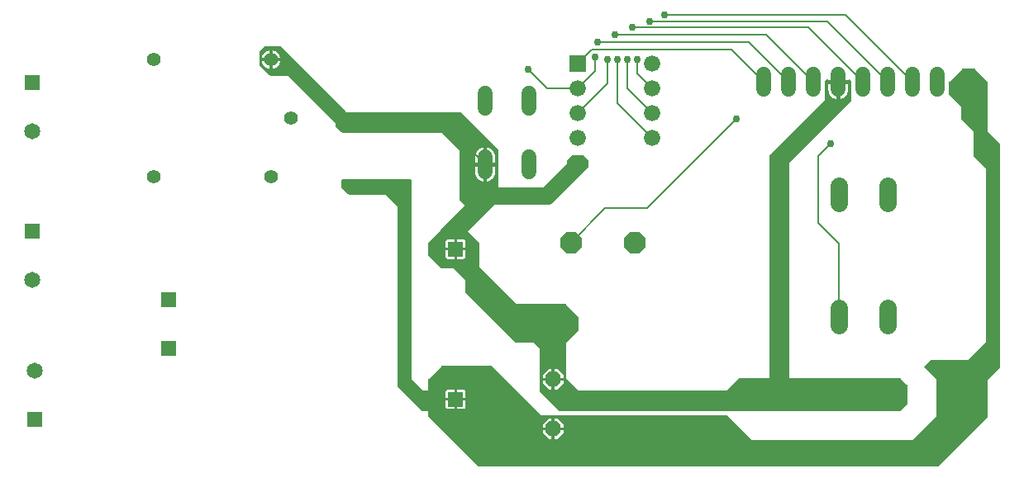
<source format=gbr>
G04 EAGLE Gerber RS-274X export*
G75*
%MOMM*%
%FSLAX34Y34*%
%LPD*%
%INBottom Copper*%
%IPPOS*%
%AMOC8*
5,1,8,0,0,1.08239X$1,22.5*%
G01*
%ADD10P,1.732040X8X112.500000*%
%ADD11C,1.524000*%
%ADD12C,1.790700*%
%ADD13P,2.336880X8X22.500000*%
%ADD14C,1.408000*%
%ADD15R,1.676400X1.676400*%
%ADD16C,1.676400*%
%ADD17R,1.508000X1.508000*%
%ADD18R,1.650000X1.650000*%
%ADD19C,1.650000*%
%ADD20C,0.756400*%
%ADD21C,0.203200*%

G36*
X813264Y89491D02*
X813264Y89491D01*
X813195Y89551D01*
X813165Y89563D01*
X813139Y89582D01*
X813052Y89609D01*
X812967Y89643D01*
X812926Y89647D01*
X812903Y89654D01*
X812871Y89653D01*
X812800Y89661D01*
X622615Y89661D01*
X572038Y140238D01*
X571964Y140291D01*
X571895Y140351D01*
X571865Y140363D01*
X571839Y140382D01*
X571752Y140409D01*
X571667Y140443D01*
X571626Y140447D01*
X571603Y140454D01*
X571571Y140453D01*
X571500Y140461D01*
X520700Y140461D01*
X520610Y140447D01*
X520519Y140439D01*
X520489Y140427D01*
X520457Y140422D01*
X520377Y140379D01*
X520293Y140343D01*
X520261Y140317D01*
X520240Y140306D01*
X520218Y140283D01*
X520162Y140238D01*
X507462Y127538D01*
X507409Y127464D01*
X507349Y127395D01*
X507337Y127365D01*
X507318Y127339D01*
X507291Y127252D01*
X507257Y127167D01*
X507253Y127126D01*
X507246Y127103D01*
X507247Y127071D01*
X507239Y127000D01*
X507239Y115315D01*
X502071Y115315D01*
X489965Y127421D01*
X489965Y330200D01*
X489953Y330287D01*
X489950Y330374D01*
X489933Y330427D01*
X489925Y330482D01*
X489890Y330561D01*
X489863Y330645D01*
X489835Y330684D01*
X489809Y330741D01*
X489713Y330854D01*
X489668Y330918D01*
X488398Y332188D01*
X488328Y332240D01*
X488264Y332300D01*
X488215Y332326D01*
X488171Y332359D01*
X488089Y332390D01*
X488011Y332430D01*
X487964Y332438D01*
X487905Y332460D01*
X487757Y332472D01*
X487680Y332485D01*
X420370Y332485D01*
X420283Y332473D01*
X420196Y332470D01*
X420143Y332453D01*
X420089Y332445D01*
X420009Y332410D01*
X419925Y332383D01*
X419886Y332355D01*
X419829Y332329D01*
X419716Y332233D01*
X419652Y332188D01*
X418382Y330918D01*
X418330Y330848D01*
X418270Y330784D01*
X418244Y330735D01*
X418211Y330691D01*
X418180Y330609D01*
X418140Y330531D01*
X418132Y330484D01*
X418110Y330425D01*
X418098Y330277D01*
X418085Y330200D01*
X418085Y323850D01*
X418097Y323763D01*
X418100Y323676D01*
X418117Y323623D01*
X418125Y323569D01*
X418160Y323489D01*
X418187Y323405D01*
X418215Y323366D01*
X418241Y323309D01*
X418337Y323196D01*
X418382Y323132D01*
X424732Y316782D01*
X424802Y316730D01*
X424866Y316670D01*
X424915Y316644D01*
X424959Y316611D01*
X425041Y316580D01*
X425119Y316540D01*
X425167Y316532D01*
X425225Y316510D01*
X425373Y316498D01*
X425450Y316485D01*
X463130Y316485D01*
X475235Y304380D01*
X475235Y120650D01*
X475247Y120563D01*
X475250Y120476D01*
X475267Y120423D01*
X475275Y120369D01*
X475310Y120289D01*
X475337Y120205D01*
X475365Y120166D01*
X475391Y120109D01*
X475454Y120034D01*
X475477Y119995D01*
X475507Y119968D01*
X475532Y119932D01*
X500932Y94532D01*
X501002Y94480D01*
X501066Y94420D01*
X501115Y94394D01*
X501159Y94361D01*
X501241Y94330D01*
X501319Y94290D01*
X501367Y94282D01*
X501425Y94260D01*
X501573Y94248D01*
X501650Y94235D01*
X507239Y94235D01*
X507239Y88900D01*
X507254Y88810D01*
X507261Y88719D01*
X507273Y88689D01*
X507279Y88657D01*
X507321Y88577D01*
X507357Y88493D01*
X507383Y88461D01*
X507394Y88440D01*
X507417Y88418D01*
X507462Y88362D01*
X558262Y37562D01*
X558336Y37509D01*
X558405Y37449D01*
X558435Y37437D01*
X558461Y37418D01*
X558548Y37391D01*
X558633Y37357D01*
X558674Y37353D01*
X558697Y37346D01*
X558729Y37347D01*
X558800Y37339D01*
X1028700Y37339D01*
X1028790Y37354D01*
X1028881Y37361D01*
X1028911Y37373D01*
X1028943Y37379D01*
X1029023Y37421D01*
X1029107Y37457D01*
X1029139Y37483D01*
X1029160Y37494D01*
X1029182Y37517D01*
X1029238Y37562D01*
X1080038Y88362D01*
X1080091Y88436D01*
X1080151Y88505D01*
X1080163Y88535D01*
X1080182Y88561D01*
X1080209Y88648D01*
X1080243Y88733D01*
X1080247Y88774D01*
X1080254Y88797D01*
X1080253Y88829D01*
X1080261Y88900D01*
X1080261Y126685D01*
X1092738Y139162D01*
X1092791Y139236D01*
X1092851Y139305D01*
X1092863Y139335D01*
X1092882Y139361D01*
X1092909Y139448D01*
X1092943Y139533D01*
X1092947Y139574D01*
X1092954Y139597D01*
X1092953Y139629D01*
X1092961Y139700D01*
X1092961Y368300D01*
X1092947Y368390D01*
X1092939Y368481D01*
X1092927Y368511D01*
X1092922Y368543D01*
X1092879Y368623D01*
X1092843Y368707D01*
X1092817Y368739D01*
X1092806Y368760D01*
X1092783Y368782D01*
X1092773Y368796D01*
X1092766Y368807D01*
X1092758Y368814D01*
X1092738Y368838D01*
X1080261Y381315D01*
X1080261Y431800D01*
X1080247Y431890D01*
X1080239Y431981D01*
X1080227Y432011D01*
X1080222Y432043D01*
X1080179Y432123D01*
X1080143Y432207D01*
X1080117Y432239D01*
X1080106Y432260D01*
X1080083Y432282D01*
X1080038Y432338D01*
X1067338Y445038D01*
X1067264Y445091D01*
X1067195Y445151D01*
X1067165Y445163D01*
X1067139Y445182D01*
X1067052Y445209D01*
X1066967Y445243D01*
X1066926Y445247D01*
X1066903Y445254D01*
X1066871Y445253D01*
X1066800Y445261D01*
X1054100Y445261D01*
X1054010Y445247D01*
X1053919Y445239D01*
X1053889Y445227D01*
X1053857Y445222D01*
X1053777Y445179D01*
X1053693Y445143D01*
X1053661Y445117D01*
X1053640Y445106D01*
X1053618Y445083D01*
X1053562Y445038D01*
X1040862Y432338D01*
X1040809Y432264D01*
X1040749Y432195D01*
X1040737Y432165D01*
X1040718Y432139D01*
X1040691Y432052D01*
X1040657Y431967D01*
X1040653Y431926D01*
X1040646Y431903D01*
X1040647Y431871D01*
X1040639Y431800D01*
X1040639Y419100D01*
X1040654Y419010D01*
X1040661Y418919D01*
X1040673Y418889D01*
X1040679Y418857D01*
X1040721Y418777D01*
X1040757Y418693D01*
X1040783Y418661D01*
X1040794Y418640D01*
X1040817Y418618D01*
X1040862Y418562D01*
X1053339Y406085D01*
X1053339Y393700D01*
X1053354Y393610D01*
X1053361Y393519D01*
X1053373Y393489D01*
X1053379Y393457D01*
X1053421Y393377D01*
X1053457Y393293D01*
X1053483Y393261D01*
X1053494Y393240D01*
X1053517Y393218D01*
X1053562Y393162D01*
X1066039Y380685D01*
X1066039Y355600D01*
X1066054Y355510D01*
X1066061Y355419D01*
X1066073Y355389D01*
X1066079Y355357D01*
X1066121Y355277D01*
X1066157Y355193D01*
X1066183Y355161D01*
X1066194Y355140D01*
X1066217Y355118D01*
X1066262Y355062D01*
X1078739Y342585D01*
X1078739Y165415D01*
X1060135Y146811D01*
X1022350Y146811D01*
X1022260Y146797D01*
X1022169Y146789D01*
X1022139Y146777D01*
X1022107Y146772D01*
X1022027Y146729D01*
X1021943Y146693D01*
X1021911Y146667D01*
X1021890Y146656D01*
X1021868Y146633D01*
X1021812Y146588D01*
X1015462Y140238D01*
X1015450Y140222D01*
X1015435Y140210D01*
X1015378Y140122D01*
X1015318Y140039D01*
X1015312Y140020D01*
X1015302Y140003D01*
X1015276Y139902D01*
X1015246Y139803D01*
X1015246Y139784D01*
X1015241Y139764D01*
X1015250Y139661D01*
X1015252Y139558D01*
X1015259Y139539D01*
X1015261Y139519D01*
X1015301Y139424D01*
X1015337Y139327D01*
X1015349Y139311D01*
X1015357Y139293D01*
X1015462Y139162D01*
X1027939Y126685D01*
X1027939Y89215D01*
X1002985Y64261D01*
X838515Y64261D01*
X813338Y89438D01*
X813264Y89491D01*
G37*
G36*
X990690Y94504D02*
X990690Y94504D01*
X990781Y94511D01*
X990811Y94523D01*
X990843Y94529D01*
X990923Y94571D01*
X991007Y94607D01*
X991039Y94633D01*
X991060Y94644D01*
X991082Y94667D01*
X991138Y94712D01*
X997488Y101062D01*
X997541Y101136D01*
X997601Y101205D01*
X997613Y101235D01*
X997632Y101261D01*
X997659Y101348D01*
X997693Y101433D01*
X997697Y101474D01*
X997704Y101497D01*
X997703Y101529D01*
X997711Y101600D01*
X997711Y120650D01*
X997697Y120740D01*
X997689Y120831D01*
X997677Y120861D01*
X997672Y120893D01*
X997629Y120973D01*
X997593Y121057D01*
X997567Y121089D01*
X997556Y121110D01*
X997533Y121132D01*
X997488Y121188D01*
X991138Y127538D01*
X991064Y127591D01*
X990995Y127651D01*
X990965Y127663D01*
X990939Y127682D01*
X990852Y127709D01*
X990767Y127743D01*
X990726Y127747D01*
X990703Y127754D01*
X990671Y127753D01*
X990600Y127761D01*
X877315Y127761D01*
X877315Y348830D01*
X940518Y412032D01*
X940570Y412102D01*
X940630Y412166D01*
X940656Y412215D01*
X940689Y412259D01*
X940720Y412341D01*
X940760Y412419D01*
X940768Y412467D01*
X940790Y412525D01*
X940802Y412673D01*
X940815Y412750D01*
X940815Y431800D01*
X940803Y431887D01*
X940800Y431974D01*
X940783Y432027D01*
X940775Y432082D01*
X940740Y432161D01*
X940713Y432245D01*
X940685Y432284D01*
X940659Y432341D01*
X940563Y432454D01*
X940518Y432518D01*
X938994Y434042D01*
X938970Y434060D01*
X938951Y434082D01*
X938857Y434145D01*
X938767Y434213D01*
X938739Y434223D01*
X938715Y434240D01*
X938607Y434274D01*
X938501Y434314D01*
X938472Y434316D01*
X938444Y434325D01*
X938330Y434328D01*
X938218Y434338D01*
X938189Y434332D01*
X938160Y434333D01*
X938050Y434304D01*
X937939Y434282D01*
X937913Y434268D01*
X937885Y434261D01*
X937787Y434203D01*
X937687Y434151D01*
X937665Y434130D01*
X937640Y434116D01*
X937563Y434033D01*
X937481Y433955D01*
X937466Y433930D01*
X937446Y433908D01*
X937406Y433831D01*
X928116Y433831D01*
X928058Y433823D01*
X928000Y433825D01*
X927918Y433803D01*
X927835Y433791D01*
X927781Y433767D01*
X927725Y433753D01*
X927652Y433710D01*
X927575Y433675D01*
X927531Y433637D01*
X927480Y433607D01*
X927423Y433546D01*
X927358Y433491D01*
X927326Y433443D01*
X927286Y433400D01*
X927247Y433325D01*
X927201Y433255D01*
X927183Y433199D01*
X927156Y433147D01*
X927145Y433079D01*
X927115Y432984D01*
X927112Y432884D01*
X927101Y432816D01*
X927101Y431799D01*
X927099Y431799D01*
X927099Y432816D01*
X927091Y432874D01*
X927092Y432932D01*
X927071Y433014D01*
X927059Y433097D01*
X927035Y433151D01*
X927021Y433207D01*
X926978Y433280D01*
X926943Y433357D01*
X926905Y433402D01*
X926875Y433452D01*
X926814Y433510D01*
X926759Y433574D01*
X926711Y433606D01*
X926668Y433646D01*
X926593Y433685D01*
X926523Y433731D01*
X926467Y433749D01*
X926415Y433776D01*
X926347Y433787D01*
X926252Y433817D01*
X926152Y433820D01*
X926084Y433831D01*
X916798Y433831D01*
X916783Y433865D01*
X916764Y433887D01*
X916751Y433913D01*
X916673Y433995D01*
X916599Y434082D01*
X916575Y434098D01*
X916555Y434119D01*
X916457Y434177D01*
X916363Y434239D01*
X916335Y434248D01*
X916310Y434263D01*
X916200Y434291D01*
X916092Y434325D01*
X916062Y434326D01*
X916034Y434333D01*
X915921Y434330D01*
X915808Y434333D01*
X915779Y434325D01*
X915750Y434324D01*
X915642Y434289D01*
X915533Y434261D01*
X915507Y434246D01*
X915479Y434237D01*
X915416Y434191D01*
X915288Y434115D01*
X915245Y434070D01*
X915206Y434042D01*
X913682Y432518D01*
X913630Y432448D01*
X913570Y432384D01*
X913544Y432335D01*
X913511Y432291D01*
X913480Y432209D01*
X913440Y432131D01*
X913432Y432084D01*
X913410Y432025D01*
X913398Y431877D01*
X913385Y431800D01*
X913385Y413171D01*
X856532Y356318D01*
X856497Y356271D01*
X856455Y356231D01*
X856440Y356206D01*
X856420Y356184D01*
X856394Y356135D01*
X856361Y356091D01*
X856340Y356036D01*
X856311Y355986D01*
X856304Y355957D01*
X856290Y355931D01*
X856282Y355884D01*
X856282Y355882D01*
X856260Y355825D01*
X856255Y355767D01*
X856241Y355710D01*
X856243Y355648D01*
X856235Y355600D01*
X856235Y127761D01*
X825500Y127761D01*
X825410Y127747D01*
X825319Y127739D01*
X825289Y127727D01*
X825257Y127722D01*
X825177Y127679D01*
X825093Y127643D01*
X825061Y127617D01*
X825040Y127606D01*
X825018Y127583D01*
X824962Y127538D01*
X812485Y115061D01*
X660715Y115061D01*
X648461Y127315D01*
X648461Y164785D01*
X660938Y177262D01*
X660991Y177336D01*
X661051Y177405D01*
X661063Y177435D01*
X661082Y177461D01*
X661109Y177548D01*
X661143Y177633D01*
X661147Y177674D01*
X661154Y177697D01*
X661153Y177729D01*
X661161Y177800D01*
X661161Y190500D01*
X661147Y190590D01*
X661139Y190681D01*
X661127Y190711D01*
X661122Y190743D01*
X661079Y190823D01*
X661043Y190907D01*
X661017Y190939D01*
X661006Y190960D01*
X660983Y190982D01*
X660938Y191038D01*
X648238Y203738D01*
X648164Y203791D01*
X648095Y203851D01*
X648065Y203863D01*
X648039Y203882D01*
X647952Y203909D01*
X647867Y203943D01*
X647826Y203947D01*
X647803Y203954D01*
X647771Y203953D01*
X647700Y203961D01*
X597215Y203961D01*
X559561Y241615D01*
X559561Y266700D01*
X559547Y266790D01*
X559539Y266881D01*
X559527Y266911D01*
X559522Y266943D01*
X559479Y267023D01*
X559443Y267107D01*
X559417Y267139D01*
X559406Y267160D01*
X559383Y267182D01*
X559338Y267238D01*
X547356Y279220D01*
X574461Y306325D01*
X632460Y306325D01*
X632547Y306337D01*
X632634Y306340D01*
X632687Y306357D01*
X632742Y306365D01*
X632821Y306400D01*
X632905Y306427D01*
X632944Y306455D01*
X633001Y306481D01*
X633114Y306577D01*
X633178Y306622D01*
X671278Y344722D01*
X671330Y344792D01*
X671390Y344856D01*
X671416Y344905D01*
X671449Y344949D01*
X671480Y345031D01*
X671520Y345109D01*
X671528Y345157D01*
X671550Y345215D01*
X671562Y345363D01*
X671575Y345440D01*
X671575Y350520D01*
X671563Y350607D01*
X671560Y350694D01*
X671543Y350747D01*
X671535Y350802D01*
X671500Y350881D01*
X671473Y350965D01*
X671445Y351004D01*
X671419Y351061D01*
X671323Y351174D01*
X671278Y351238D01*
X666198Y356318D01*
X666128Y356370D01*
X666064Y356430D01*
X666015Y356456D01*
X665971Y356489D01*
X665889Y356520D01*
X665811Y356560D01*
X665764Y356568D01*
X665705Y356590D01*
X665557Y356602D01*
X665480Y356615D01*
X655320Y356615D01*
X655233Y356603D01*
X655146Y356600D01*
X655093Y356583D01*
X655039Y356575D01*
X654959Y356540D01*
X654875Y356513D01*
X654836Y356485D01*
X654779Y356459D01*
X654666Y356363D01*
X654602Y356318D01*
X649522Y351238D01*
X649470Y351168D01*
X649410Y351104D01*
X649384Y351055D01*
X649351Y351011D01*
X649320Y350929D01*
X649280Y350851D01*
X649272Y350804D01*
X649250Y350745D01*
X649238Y350597D01*
X649225Y350520D01*
X649225Y348401D01*
X624420Y323595D01*
X578865Y323595D01*
X578865Y361950D01*
X578853Y362037D01*
X578850Y362124D01*
X578833Y362177D01*
X578825Y362232D01*
X578790Y362311D01*
X578763Y362395D01*
X578735Y362434D01*
X578709Y362491D01*
X578613Y362604D01*
X578568Y362668D01*
X540468Y400768D01*
X540398Y400820D01*
X540334Y400880D01*
X540285Y400906D01*
X540241Y400939D01*
X540159Y400970D01*
X540081Y401010D01*
X540034Y401018D01*
X539975Y401040D01*
X539827Y401052D01*
X539750Y401065D01*
X423331Y401065D01*
X356318Y468078D01*
X356248Y468130D01*
X356184Y468190D01*
X356135Y468216D01*
X356091Y468249D01*
X356009Y468280D01*
X355931Y468320D01*
X355884Y468328D01*
X355825Y468350D01*
X355677Y468362D01*
X355600Y468375D01*
X340360Y468375D01*
X340273Y468363D01*
X340186Y468360D01*
X340133Y468343D01*
X340079Y468335D01*
X339999Y468300D01*
X339915Y468273D01*
X339876Y468245D01*
X339819Y468219D01*
X339706Y468123D01*
X339642Y468078D01*
X334562Y462998D01*
X334510Y462928D01*
X334450Y462864D01*
X334424Y462815D01*
X334391Y462771D01*
X334360Y462689D01*
X334320Y462611D01*
X334312Y462564D01*
X334290Y462505D01*
X334278Y462357D01*
X334265Y462280D01*
X334265Y449580D01*
X334277Y449493D01*
X334280Y449406D01*
X334297Y449353D01*
X334305Y449299D01*
X334340Y449219D01*
X334367Y449135D01*
X334395Y449096D01*
X334421Y449039D01*
X334517Y448926D01*
X334522Y448918D01*
X334534Y448899D01*
X334540Y448893D01*
X334562Y448862D01*
X344722Y438702D01*
X344792Y438650D01*
X344856Y438590D01*
X344905Y438564D01*
X344949Y438531D01*
X345031Y438500D01*
X345109Y438460D01*
X345157Y438452D01*
X345215Y438430D01*
X345363Y438418D01*
X345440Y438405D01*
X362800Y438405D01*
X411735Y389470D01*
X411735Y387350D01*
X411747Y387263D01*
X411750Y387176D01*
X411767Y387123D01*
X411775Y387069D01*
X411810Y386989D01*
X411837Y386905D01*
X411865Y386866D01*
X411891Y386809D01*
X411987Y386696D01*
X412032Y386632D01*
X418382Y380282D01*
X418452Y380230D01*
X418516Y380170D01*
X418565Y380144D01*
X418609Y380111D01*
X418691Y380080D01*
X418769Y380040D01*
X418817Y380032D01*
X418875Y380010D01*
X419023Y379998D01*
X419100Y379985D01*
X520280Y379985D01*
X538735Y361529D01*
X538735Y311150D01*
X538747Y311063D01*
X538750Y310976D01*
X538767Y310923D01*
X538775Y310869D01*
X538810Y310789D01*
X538837Y310705D01*
X538865Y310666D01*
X538891Y310609D01*
X538987Y310496D01*
X539032Y310432D01*
X544664Y304800D01*
X519982Y280118D01*
X519947Y280071D01*
X519905Y280031D01*
X519862Y279958D01*
X519811Y279891D01*
X519790Y279836D01*
X519761Y279786D01*
X519740Y279704D01*
X519710Y279625D01*
X519705Y279567D01*
X519691Y279510D01*
X519692Y279469D01*
X507462Y267238D01*
X507409Y267164D01*
X507349Y267095D01*
X507337Y267065D01*
X507318Y267039D01*
X507291Y266952D01*
X507257Y266867D01*
X507253Y266826D01*
X507246Y266803D01*
X507247Y266771D01*
X507239Y266700D01*
X507239Y254000D01*
X507254Y253910D01*
X507261Y253819D01*
X507273Y253789D01*
X507279Y253757D01*
X507321Y253677D01*
X507357Y253593D01*
X507383Y253561D01*
X507394Y253540D01*
X507417Y253518D01*
X507462Y253462D01*
X520162Y240762D01*
X520236Y240709D01*
X520305Y240649D01*
X520335Y240637D01*
X520361Y240618D01*
X520448Y240591D01*
X520533Y240557D01*
X520574Y240553D01*
X520597Y240546D01*
X520629Y240547D01*
X520700Y240539D01*
X533085Y240539D01*
X545339Y228285D01*
X545339Y215900D01*
X545354Y215810D01*
X545361Y215719D01*
X545373Y215689D01*
X545379Y215657D01*
X545421Y215577D01*
X545457Y215493D01*
X545483Y215461D01*
X545494Y215440D01*
X545517Y215418D01*
X545562Y215362D01*
X596362Y164562D01*
X596436Y164509D01*
X596505Y164449D01*
X596535Y164437D01*
X596561Y164418D01*
X596648Y164391D01*
X596733Y164357D01*
X596774Y164353D01*
X596797Y164346D01*
X596829Y164347D01*
X596900Y164339D01*
X615635Y164339D01*
X621539Y158435D01*
X621539Y114300D01*
X621554Y114210D01*
X621561Y114119D01*
X621573Y114089D01*
X621579Y114057D01*
X621621Y113977D01*
X621657Y113893D01*
X621683Y113861D01*
X621694Y113840D01*
X621717Y113818D01*
X621731Y113800D01*
X621737Y113790D01*
X621743Y113785D01*
X621762Y113762D01*
X640812Y94712D01*
X640886Y94659D01*
X640955Y94599D01*
X640985Y94587D01*
X641011Y94568D01*
X641098Y94541D01*
X641183Y94507D01*
X641224Y94503D01*
X641247Y94496D01*
X641279Y94497D01*
X641350Y94489D01*
X990600Y94489D01*
X990690Y94504D01*
G37*
%LPC*%
G36*
X567435Y349249D02*
X567435Y349249D01*
X567435Y364804D01*
X567783Y364749D01*
X569304Y364254D01*
X570729Y363528D01*
X572023Y362588D01*
X573154Y361457D01*
X574094Y360163D01*
X574820Y358738D01*
X575315Y357217D01*
X575565Y355638D01*
X575565Y349249D01*
X567435Y349249D01*
G37*
%LPD*%
%LPC*%
G36*
X929131Y429769D02*
X929131Y429769D01*
X937261Y429769D01*
X937261Y423380D01*
X937011Y421801D01*
X936516Y420280D01*
X935790Y418855D01*
X934850Y417561D01*
X933719Y416430D01*
X932425Y415490D01*
X931000Y414764D01*
X929479Y414269D01*
X929131Y414214D01*
X929131Y429769D01*
G37*
%LPD*%
%LPC*%
G36*
X567435Y345187D02*
X567435Y345187D01*
X575565Y345187D01*
X575565Y338798D01*
X575315Y337219D01*
X574820Y335698D01*
X574094Y334273D01*
X573154Y332979D01*
X572023Y331848D01*
X570729Y330908D01*
X569304Y330182D01*
X567783Y329687D01*
X567435Y329632D01*
X567435Y345187D01*
G37*
%LPD*%
%LPC*%
G36*
X555243Y349249D02*
X555243Y349249D01*
X555243Y355638D01*
X555493Y357217D01*
X555988Y358738D01*
X556714Y360163D01*
X557654Y361457D01*
X558785Y362588D01*
X560079Y363528D01*
X561504Y364254D01*
X563025Y364749D01*
X563373Y364804D01*
X563373Y349249D01*
X555243Y349249D01*
G37*
%LPD*%
%LPC*%
G36*
X563025Y329687D02*
X563025Y329687D01*
X561504Y330182D01*
X560079Y330908D01*
X559397Y331403D01*
X558785Y331848D01*
X557654Y332979D01*
X556714Y334273D01*
X555988Y335698D01*
X555493Y337219D01*
X555243Y338798D01*
X555243Y345187D01*
X563373Y345187D01*
X563373Y329632D01*
X563025Y329687D01*
G37*
%LPD*%
%LPC*%
G36*
X924721Y414269D02*
X924721Y414269D01*
X923200Y414764D01*
X921775Y415490D01*
X920481Y416430D01*
X919350Y417561D01*
X918410Y418855D01*
X917684Y420280D01*
X917189Y421801D01*
X916939Y423380D01*
X916939Y429769D01*
X925069Y429769D01*
X925069Y414214D01*
X924721Y414269D01*
G37*
%LPD*%
%LPC*%
G36*
X536722Y262021D02*
X536722Y262021D01*
X536722Y270578D01*
X543073Y270578D01*
X543719Y270405D01*
X544298Y270070D01*
X544771Y269597D01*
X545106Y269018D01*
X545279Y268372D01*
X545279Y262021D01*
X536722Y262021D01*
G37*
%LPD*%
%LPC*%
G36*
X536722Y108025D02*
X536722Y108025D01*
X536722Y116583D01*
X543073Y116583D01*
X543719Y116410D01*
X544298Y116075D01*
X544771Y115602D01*
X545106Y115023D01*
X545279Y114377D01*
X545279Y108025D01*
X536722Y108025D01*
G37*
%LPD*%
%LPC*%
G36*
X525118Y262021D02*
X525118Y262021D01*
X525118Y268372D01*
X525291Y269018D01*
X525625Y269597D01*
X526098Y270070D01*
X526678Y270405D01*
X527324Y270578D01*
X533675Y270578D01*
X533675Y262021D01*
X525118Y262021D01*
G37*
%LPD*%
%LPC*%
G36*
X525118Y108025D02*
X525118Y108025D01*
X525118Y114377D01*
X525291Y115023D01*
X525625Y115602D01*
X526098Y116075D01*
X526678Y116410D01*
X527324Y116583D01*
X533675Y116583D01*
X533675Y108025D01*
X525118Y108025D01*
G37*
%LPD*%
%LPC*%
G36*
X536722Y250417D02*
X536722Y250417D01*
X536722Y258974D01*
X545279Y258974D01*
X545279Y252623D01*
X545106Y251977D01*
X544771Y251397D01*
X544298Y250924D01*
X543719Y250590D01*
X543073Y250417D01*
X536722Y250417D01*
G37*
%LPD*%
%LPC*%
G36*
X536722Y96421D02*
X536722Y96421D01*
X536722Y104979D01*
X545279Y104979D01*
X545279Y98628D01*
X545106Y97981D01*
X544771Y97402D01*
X544298Y96929D01*
X543719Y96595D01*
X543073Y96421D01*
X536722Y96421D01*
G37*
%LPD*%
%LPC*%
G36*
X527324Y96421D02*
X527324Y96421D01*
X526678Y96595D01*
X526098Y96929D01*
X525625Y97402D01*
X525291Y97981D01*
X525118Y98628D01*
X525118Y104979D01*
X533675Y104979D01*
X533675Y96421D01*
X527324Y96421D01*
G37*
%LPD*%
%LPC*%
G36*
X527324Y250417D02*
X527324Y250417D01*
X526678Y250590D01*
X526098Y250924D01*
X525625Y251397D01*
X525291Y251977D01*
X525118Y252623D01*
X525118Y258974D01*
X533675Y258974D01*
X533675Y250417D01*
X527324Y250417D01*
G37*
%LPD*%
%LPC*%
G36*
X636523Y128523D02*
X636523Y128523D01*
X636523Y137542D01*
X639367Y137542D01*
X645542Y131367D01*
X645542Y128523D01*
X636523Y128523D01*
G37*
%LPD*%
%LPC*%
G36*
X636523Y77723D02*
X636523Y77723D01*
X636523Y86742D01*
X639367Y86742D01*
X645542Y80567D01*
X645542Y77723D01*
X636523Y77723D01*
G37*
%LPD*%
%LPC*%
G36*
X624458Y128523D02*
X624458Y128523D01*
X624458Y131367D01*
X630633Y137542D01*
X633477Y137542D01*
X633477Y128523D01*
X624458Y128523D01*
G37*
%LPD*%
%LPC*%
G36*
X636523Y116458D02*
X636523Y116458D01*
X636523Y125477D01*
X645542Y125477D01*
X645542Y122633D01*
X639367Y116458D01*
X636523Y116458D01*
G37*
%LPD*%
%LPC*%
G36*
X624458Y77723D02*
X624458Y77723D01*
X624458Y80567D01*
X630633Y86742D01*
X633477Y86742D01*
X633477Y77723D01*
X624458Y77723D01*
G37*
%LPD*%
%LPC*%
G36*
X636523Y65658D02*
X636523Y65658D01*
X636523Y74677D01*
X645542Y74677D01*
X645542Y71833D01*
X639367Y65658D01*
X636523Y65658D01*
G37*
%LPD*%
%LPC*%
G36*
X630633Y116458D02*
X630633Y116458D01*
X624458Y122633D01*
X624458Y125477D01*
X633477Y125477D01*
X633477Y116458D01*
X630633Y116458D01*
G37*
%LPD*%
%LPC*%
G36*
X630633Y65658D02*
X630633Y65658D01*
X624458Y71833D01*
X624458Y74677D01*
X633477Y74677D01*
X633477Y65658D01*
X630633Y65658D01*
G37*
%LPD*%
%LPC*%
G36*
X348031Y456931D02*
X348031Y456931D01*
X348031Y464278D01*
X348243Y464245D01*
X349678Y463779D01*
X351021Y463094D01*
X352242Y462208D01*
X353308Y461142D01*
X354194Y459921D01*
X354879Y458578D01*
X355345Y457143D01*
X355378Y456931D01*
X348031Y456931D01*
G37*
%LPD*%
%LPC*%
G36*
X336622Y456931D02*
X336622Y456931D01*
X336655Y457143D01*
X337121Y458578D01*
X337806Y459921D01*
X338692Y461142D01*
X339758Y462208D01*
X340979Y463094D01*
X342322Y463779D01*
X343757Y464245D01*
X343969Y464278D01*
X343969Y456931D01*
X336622Y456931D01*
G37*
%LPD*%
%LPC*%
G36*
X348031Y452869D02*
X348031Y452869D01*
X355378Y452869D01*
X355345Y452657D01*
X354879Y451222D01*
X354194Y449879D01*
X353308Y448658D01*
X352242Y447592D01*
X351021Y446706D01*
X349678Y446021D01*
X348243Y445555D01*
X348031Y445522D01*
X348031Y452869D01*
G37*
%LPD*%
%LPC*%
G36*
X343757Y445555D02*
X343757Y445555D01*
X342322Y446021D01*
X340979Y446706D01*
X339758Y447592D01*
X338692Y448658D01*
X337806Y449879D01*
X337121Y451222D01*
X336655Y452657D01*
X336622Y452869D01*
X343969Y452869D01*
X343969Y445522D01*
X343757Y445555D01*
G37*
%LPD*%
%LPC*%
G36*
X345999Y454899D02*
X345999Y454899D01*
X345999Y454901D01*
X346001Y454901D01*
X346001Y454899D01*
X345999Y454899D01*
G37*
%LPD*%
%LPC*%
G36*
X634999Y126999D02*
X634999Y126999D01*
X634999Y127001D01*
X635001Y127001D01*
X635001Y126999D01*
X634999Y126999D01*
G37*
%LPD*%
%LPC*%
G36*
X565403Y347217D02*
X565403Y347217D01*
X565403Y347219D01*
X565405Y347219D01*
X565405Y347217D01*
X565403Y347217D01*
G37*
%LPD*%
%LPC*%
G36*
X535197Y106501D02*
X535197Y106501D01*
X535197Y106503D01*
X535199Y106503D01*
X535199Y106501D01*
X535197Y106501D01*
G37*
%LPD*%
%LPC*%
G36*
X535197Y260496D02*
X535197Y260496D01*
X535197Y260498D01*
X535199Y260498D01*
X535199Y260496D01*
X535197Y260496D01*
G37*
%LPD*%
%LPC*%
G36*
X634999Y76199D02*
X634999Y76199D01*
X634999Y76201D01*
X635001Y76201D01*
X635001Y76199D01*
X634999Y76199D01*
G37*
%LPD*%
D10*
X635000Y76200D03*
X635000Y127000D03*
D11*
X850900Y424180D02*
X850900Y439420D01*
X876300Y439420D02*
X876300Y424180D01*
X901700Y424180D02*
X901700Y439420D01*
X927100Y439420D02*
X927100Y424180D01*
X952500Y424180D02*
X952500Y439420D01*
X977900Y439420D02*
X977900Y424180D01*
X1003300Y424180D02*
X1003300Y439420D01*
X1028700Y439420D02*
X1028700Y424180D01*
D12*
X977392Y200470D02*
X977392Y182563D01*
X977392Y307531D02*
X977392Y325438D01*
X927608Y200470D02*
X927608Y182563D01*
X927608Y307531D02*
X927608Y325438D01*
D11*
X565404Y339598D02*
X565404Y354838D01*
X610616Y354838D02*
X610616Y339598D01*
X565404Y404622D02*
X565404Y419862D01*
X610616Y419862D02*
X610616Y404622D01*
D13*
X653288Y266700D03*
X718312Y266700D03*
D14*
X226000Y454900D03*
X346000Y334900D03*
X366000Y394900D03*
X226000Y334900D03*
X346000Y454900D03*
D15*
X660400Y450850D03*
D16*
X660400Y425450D03*
X660400Y400050D03*
X660400Y374650D03*
X736600Y374650D03*
X736600Y400050D03*
X736600Y425450D03*
X736600Y450850D03*
D17*
X241201Y158499D03*
X241201Y208501D03*
X535198Y260497D03*
X535198Y106502D03*
D18*
X103947Y86032D03*
D19*
X103947Y136032D03*
D18*
X101600Y431400D03*
D19*
X101600Y381400D03*
D18*
X101600Y279000D03*
D19*
X101600Y229000D03*
D20*
X927100Y107950D03*
D21*
X977900Y107950D01*
D20*
X977900Y107950D03*
X831850Y107950D03*
D21*
X927100Y107950D01*
D20*
X717550Y101600D03*
D21*
X825500Y101600D01*
X831850Y107950D01*
D20*
X635000Y190500D03*
D21*
X635000Y127000D01*
D20*
X863600Y349250D03*
D21*
X863600Y304800D01*
D20*
X863600Y304800D03*
X863600Y241300D03*
D21*
X863600Y304800D01*
X927100Y412750D02*
X927100Y431800D01*
X927100Y412750D02*
X863600Y349250D01*
X535198Y281198D02*
X535198Y260497D01*
X565404Y311404D02*
X565404Y314960D01*
X565404Y347218D01*
X565404Y311404D02*
X535198Y281198D01*
X565404Y347218D02*
X518922Y393700D01*
D20*
X457200Y393700D03*
D21*
X518922Y393700D01*
X457200Y393700D02*
X425450Y393700D01*
D20*
X425450Y393700D03*
X660400Y347980D03*
D21*
X627380Y314960D01*
X565404Y314960D01*
X1085850Y361950D02*
X1085850Y152400D01*
D20*
X1060450Y431800D03*
D21*
X1066800Y425450D01*
X1066800Y393700D01*
X1068070Y392430D01*
X1073150Y387350D01*
X1073150Y374650D01*
X1085850Y361950D01*
D20*
X1028700Y139700D03*
D21*
X1041400Y127000D01*
X1060450Y127000D01*
X1076325Y142875D01*
X1085850Y152400D01*
D20*
X698500Y50800D03*
D21*
X717550Y69850D01*
X749300Y69850D01*
X749300Y50800D01*
D20*
X749300Y50800D03*
X666750Y63500D03*
D21*
X679450Y50800D01*
X698500Y50800D01*
D20*
X660400Y76200D03*
D21*
X673100Y76200D01*
D20*
X673100Y76200D03*
X1073150Y431800D03*
D21*
X1060450Y431800D01*
D20*
X431800Y323850D03*
D21*
X482600Y323850D01*
D20*
X482600Y323850D03*
D21*
X482600Y120650D01*
X496748Y106502D02*
X535198Y106502D01*
X496748Y106502D02*
X482600Y120650D01*
D20*
X1076325Y142875D03*
X1068070Y392430D03*
D21*
X736600Y374650D02*
X701040Y410210D01*
X701040Y454660D01*
D20*
X701040Y454660D03*
X716280Y487680D03*
D21*
X896620Y487680D01*
X952500Y431800D01*
X736600Y400050D02*
X711200Y425450D01*
X711200Y454660D01*
D20*
X711200Y454660D03*
X734060Y494002D03*
D21*
X915698Y494002D01*
X977900Y431800D01*
D20*
X822960Y393700D03*
D21*
X731520Y302260D01*
X688340Y302260D01*
X653288Y267208D01*
X653288Y266700D01*
X736600Y425450D02*
X721360Y440690D01*
X721360Y454660D01*
D20*
X721360Y454660D03*
X749300Y500324D03*
D21*
X934776Y500324D01*
X1003300Y431800D01*
X927608Y245509D02*
X927608Y191516D01*
X927608Y245509D02*
X927735Y245636D01*
X927735Y266065D01*
X906780Y287020D01*
X906780Y355600D01*
X919480Y368300D01*
D20*
X919480Y368300D03*
D21*
X690880Y430530D02*
X660400Y400050D01*
X690880Y430530D02*
X690880Y454660D01*
D20*
X690880Y454660D03*
X698500Y480060D03*
D21*
X853440Y480060D01*
X901700Y431800D01*
D20*
X609600Y444500D03*
D21*
X628650Y425450D01*
X660400Y425450D01*
X678180Y443230D01*
X678180Y457200D01*
D20*
X678180Y457200D03*
X680720Y472440D03*
D21*
X835660Y472440D01*
X876300Y431800D01*
X674370Y464820D02*
X660400Y450850D01*
X817880Y464820D02*
X850900Y431800D01*
X817880Y464820D02*
X674370Y464820D01*
M02*

</source>
